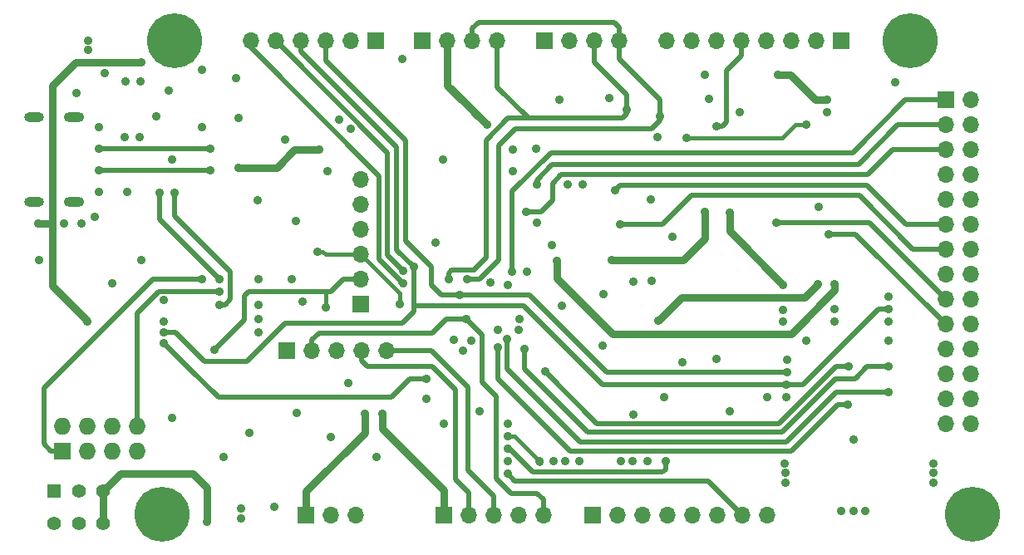
<source format=gbr>
G04 #@! TF.GenerationSoftware,KiCad,Pcbnew,5.1.6-c6e7f7d~87~ubuntu18.04.1*
G04 #@! TF.CreationDate,2020-10-25T15:07:58+02:00*
G04 #@! TF.ProjectId,PSLab,50534c61-622e-46b6-9963-61645f706362,v6.1*
G04 #@! TF.SameCoordinates,Original*
G04 #@! TF.FileFunction,Copper,L2,Inr*
G04 #@! TF.FilePolarity,Positive*
%FSLAX46Y46*%
G04 Gerber Fmt 4.6, Leading zero omitted, Abs format (unit mm)*
G04 Created by KiCad (PCBNEW 5.1.6-c6e7f7d~87~ubuntu18.04.1) date 2020-10-25 15:07:58*
%MOMM*%
%LPD*%
G01*
G04 APERTURE LIST*
G04 #@! TA.AperFunction,ViaPad*
%ADD10O,2.100000X1.000000*%
G04 #@! TD*
G04 #@! TA.AperFunction,ViaPad*
%ADD11O,2.000000X1.000000*%
G04 #@! TD*
G04 #@! TA.AperFunction,ViaPad*
%ADD12R,1.700000X1.700000*%
G04 #@! TD*
G04 #@! TA.AperFunction,ViaPad*
%ADD13O,1.700000X1.700000*%
G04 #@! TD*
G04 #@! TA.AperFunction,ViaPad*
%ADD14R,1.400000X1.400000*%
G04 #@! TD*
G04 #@! TA.AperFunction,ViaPad*
%ADD15C,1.400000*%
G04 #@! TD*
G04 #@! TA.AperFunction,ViaPad*
%ADD16R,1.727200X1.727200*%
G04 #@! TD*
G04 #@! TA.AperFunction,ViaPad*
%ADD17O,1.727200X1.727200*%
G04 #@! TD*
G04 #@! TA.AperFunction,ViaPad*
%ADD18C,5.600000*%
G04 #@! TD*
G04 #@! TA.AperFunction,ViaPad*
%ADD19C,0.914400*%
G04 #@! TD*
G04 #@! TA.AperFunction,Conductor*
%ADD20C,0.406400*%
G04 #@! TD*
G04 #@! TA.AperFunction,Conductor*
%ADD21C,0.762000*%
G04 #@! TD*
G04 #@! TA.AperFunction,Conductor*
%ADD22C,0.508000*%
G04 #@! TD*
G04 APERTURE END LIST*
D10*
X95945000Y-79170000D03*
X95945000Y-70530000D03*
D11*
X91865000Y-79170000D03*
X91865000Y-70530000D03*
D12*
X184736400Y-68757600D03*
D13*
X187276400Y-68757600D03*
X184736400Y-71297600D03*
X187276400Y-71297600D03*
X184736400Y-73837600D03*
X187276400Y-73837600D03*
X184736400Y-76377600D03*
X187276400Y-76377600D03*
X184736400Y-78917600D03*
X187276400Y-78917600D03*
X184736400Y-81457600D03*
X187276400Y-81457600D03*
X184736400Y-83997600D03*
X187276400Y-83997600D03*
X184736400Y-86537600D03*
X187276400Y-86537600D03*
X184736400Y-89077600D03*
X187276400Y-89077600D03*
X184736400Y-91617600D03*
X187276400Y-91617600D03*
X184736400Y-94157600D03*
X187276400Y-94157600D03*
X184736400Y-96697600D03*
X187276400Y-96697600D03*
X184736400Y-99237600D03*
X187276400Y-99237600D03*
X184736400Y-101777600D03*
X187276400Y-101777600D03*
D12*
X125148000Y-89611000D03*
D13*
X125148000Y-87071000D03*
X125148000Y-84531000D03*
X125148000Y-81991000D03*
X125148000Y-79451000D03*
X125148000Y-76911000D03*
D12*
X117629600Y-94335400D03*
D13*
X120169600Y-94335400D03*
X122709600Y-94335400D03*
X125249600Y-94335400D03*
X127789600Y-94335400D03*
D12*
X143850000Y-62750000D03*
D13*
X146390000Y-62750000D03*
X148930000Y-62750000D03*
X151470000Y-62750000D03*
D12*
X174090000Y-62750000D03*
D13*
X171550000Y-62750000D03*
X169010000Y-62750000D03*
X166470000Y-62750000D03*
X163930000Y-62750000D03*
X161390000Y-62750000D03*
X158850000Y-62750000D03*
X156310000Y-62750000D03*
D12*
X148770000Y-111074000D03*
D13*
X151310000Y-111074000D03*
X153850000Y-111074000D03*
X156390000Y-111074000D03*
X158930000Y-111074000D03*
X161470000Y-111074000D03*
X164010000Y-111074000D03*
X166550000Y-111074000D03*
D12*
X133580800Y-111074000D03*
D13*
X136120800Y-111074000D03*
X138660800Y-111074000D03*
X141200800Y-111074000D03*
X143740800Y-111074000D03*
D12*
X119560000Y-111074000D03*
D13*
X122100000Y-111074000D03*
X124640000Y-111074000D03*
D14*
X93906000Y-108635600D03*
D15*
X96406000Y-108635600D03*
X98906000Y-108635600D03*
X93906000Y-111935600D03*
X96406000Y-111935600D03*
X98906000Y-111935600D03*
D16*
X94693400Y-104546200D03*
D17*
X94693400Y-102006200D03*
X97233400Y-104546200D03*
X97233400Y-102006200D03*
X99773400Y-104546200D03*
X99773400Y-102006200D03*
X102313400Y-104546200D03*
X102313400Y-102006200D03*
D12*
X131430000Y-62750000D03*
D13*
X133970000Y-62750000D03*
X136510000Y-62750000D03*
X139050000Y-62750000D03*
D12*
X126630000Y-62750000D03*
D13*
X124090000Y-62750000D03*
X121550000Y-62750000D03*
X119010000Y-62750000D03*
X116470000Y-62750000D03*
X113930000Y-62750000D03*
D10*
X95945000Y-70530000D03*
X95945000Y-79170000D03*
D11*
X91865000Y-70530000D03*
X91865000Y-79170000D03*
D18*
X104880000Y-111020000D03*
X181090000Y-62780000D03*
X106150000Y-62770000D03*
X187420000Y-111010000D03*
D19*
X162760000Y-100480000D03*
X156910000Y-82700000D03*
X170480000Y-93340000D03*
X147760000Y-77420000D03*
X155310000Y-72590000D03*
X160640000Y-68650000D03*
X97350000Y-62777200D03*
X97350000Y-63717200D03*
X173400000Y-91400000D03*
X175306000Y-103414400D03*
X175326000Y-110644400D03*
X176516000Y-110674400D03*
X174036000Y-110644400D03*
X98427190Y-78200000D03*
X105894834Y-74850000D03*
X102755000Y-85074978D03*
X92352990Y-85075000D03*
X101119600Y-72600000D03*
X112463000Y-66573200D03*
X105090000Y-89175000D03*
X112956000Y-110439000D03*
X112956000Y-111429600D03*
X136349400Y-93300000D03*
X149837510Y-88620000D03*
X129130000Y-89572494D03*
X116360000Y-110232504D03*
X112700000Y-70645004D03*
X117429998Y-72874998D03*
X178912488Y-93340000D03*
X105945600Y-101168000D03*
X133517500Y-74902500D03*
X120700000Y-84250000D03*
X124100000Y-71750000D03*
X98071600Y-80721000D03*
X96140010Y-68107510D03*
X131795218Y-99288400D03*
X156161400Y-105638400D03*
X140080000Y-104368400D03*
X137195214Y-100558400D03*
X110238200Y-94259200D03*
X125534800Y-100778400D03*
X102596060Y-72607260D03*
X101138100Y-66907500D03*
X99773400Y-87496600D03*
X121600000Y-89940000D03*
X145600000Y-89800000D03*
X152890000Y-100890000D03*
X144640000Y-83590000D03*
X138300000Y-87420000D03*
X168520000Y-95260000D03*
X143030000Y-73800000D03*
X160190000Y-66250000D03*
X163700000Y-70050000D03*
X118617400Y-100708000D03*
X114640296Y-79000000D03*
X172650004Y-70050000D03*
X123837500Y-97649980D03*
X122938200Y-70798200D03*
X129395000Y-64625000D03*
X135230000Y-88650000D03*
X168519189Y-96528572D03*
X178919704Y-88850000D03*
X114690000Y-92444333D03*
X152250000Y-69800000D03*
X134060000Y-87080000D03*
X141220000Y-92240000D03*
X152834000Y-105638400D03*
X135960000Y-87060000D03*
X155600000Y-70450000D03*
X151620000Y-105638400D03*
X141260000Y-91100000D03*
X130530000Y-85800000D03*
X105090000Y-92470000D03*
X168510000Y-97790000D03*
X178919704Y-90130000D03*
X139070000Y-94010000D03*
X174762500Y-99880904D03*
X140010000Y-93130000D03*
X178922496Y-98579996D03*
X141830000Y-94180000D03*
X178919700Y-95960988D03*
X143880000Y-96440000D03*
X174804900Y-95961012D03*
X161330000Y-71500000D03*
X179605600Y-66979600D03*
X110700000Y-88350000D03*
X108990000Y-87050000D03*
X110700000Y-89640000D03*
X106123400Y-78282602D03*
X110700000Y-87040000D03*
X104624800Y-78282602D03*
X120924000Y-73862988D03*
X112701980Y-75702200D03*
X145390000Y-68730000D03*
X156050000Y-99050000D03*
X154720000Y-87230000D03*
X150450000Y-68620000D03*
X161335000Y-95215000D03*
X162689200Y-80314602D03*
X168120000Y-87620000D03*
X121700000Y-76050000D03*
X167620000Y-66240000D03*
X172650000Y-68780000D03*
X145130000Y-85220000D03*
X173400000Y-87580000D03*
X140550000Y-86300000D03*
X171807800Y-79679600D03*
X158330000Y-72660000D03*
X170539998Y-71320000D03*
X140080000Y-105638400D03*
X111160014Y-105206500D03*
X118137700Y-87040000D03*
X167500000Y-81310000D03*
X172760000Y-82460000D03*
X155420000Y-91290000D03*
X171730000Y-87560000D03*
X151538600Y-81432200D03*
X154710000Y-78900000D03*
X152890000Y-87270000D03*
X168480000Y-99050000D03*
X145925200Y-105638400D03*
X144807600Y-105638400D03*
X178919704Y-91389000D03*
X160190000Y-80170000D03*
X150660000Y-85140000D03*
X119220000Y-89360000D03*
X113759986Y-102747500D03*
X126760000Y-105206484D03*
X140080000Y-101828400D03*
X122059986Y-103155000D03*
X151020000Y-77990000D03*
X149786000Y-93827400D03*
X140070000Y-87630000D03*
X140590000Y-73810000D03*
X140080000Y-106908400D03*
X143334400Y-105638400D03*
X140080000Y-103098400D03*
X133631602Y-101828400D03*
X143040000Y-77390000D03*
X141980000Y-80180000D03*
X114712855Y-87040000D03*
X134650000Y-93250000D03*
X114690000Y-89640000D03*
X135550000Y-94350000D03*
X129430000Y-86200000D03*
X114690000Y-91135000D03*
X143070000Y-81270000D03*
X140610000Y-76020000D03*
X135870000Y-91120000D03*
X137990000Y-71320000D03*
X132770000Y-83310000D03*
X105090000Y-91370000D03*
X102760000Y-64920000D03*
X92280400Y-81406728D03*
X108993600Y-71551598D03*
X97309612Y-91363574D03*
X108960000Y-65710000D03*
X98442400Y-73750000D03*
X109806400Y-73736000D03*
X98442406Y-75950000D03*
X109806400Y-75983585D03*
X105090000Y-93580000D03*
X131802800Y-97256402D03*
X129430000Y-87500000D03*
X183454800Y-106792000D03*
X168356400Y-107772000D03*
X183444800Y-107772000D03*
X168346400Y-105812000D03*
X183434800Y-105812000D03*
X168356400Y-106792000D03*
X109500011Y-111757511D03*
X99040000Y-66040016D03*
X154370000Y-105638400D03*
X139070000Y-92240000D03*
X127363600Y-100778400D03*
X98445700Y-71530300D03*
X101326060Y-78185100D03*
X142057500Y-86300400D03*
X118520000Y-81140000D03*
X168150000Y-91410000D03*
X146200000Y-77420000D03*
X157890000Y-95500000D03*
X166490000Y-99040000D03*
X147423802Y-105638400D03*
X104320000Y-70427500D03*
X105583100Y-67809200D03*
X102713000Y-66907500D03*
X96670000Y-81390000D03*
X94860000Y-81380000D03*
X168170000Y-90160000D03*
X173400000Y-90120000D03*
D20*
X129130000Y-88513000D02*
X129130000Y-89572494D01*
X125148000Y-84531000D02*
X129130000Y-88513000D01*
X120700000Y-84250000D02*
X121248000Y-84250000D01*
X121529000Y-84531000D02*
X125148000Y-84531000D01*
X121248000Y-84250000D02*
X121529000Y-84531000D01*
D21*
X124890000Y-86830000D02*
X125170000Y-87110000D01*
X125100000Y-87040000D02*
X125170000Y-87110000D01*
D22*
X156161400Y-106425800D02*
X156161400Y-105689200D01*
X155856600Y-106730600D02*
X156161400Y-106425800D01*
X140286404Y-104368400D02*
X142648604Y-106730600D01*
X142648604Y-106730600D02*
X155856600Y-106730600D01*
X125148000Y-87071000D02*
X123344600Y-87071000D01*
X123344600Y-87071000D02*
X122049200Y-88366400D01*
D21*
X125534800Y-100778400D02*
X125534800Y-102708800D01*
X119560000Y-108683600D02*
X119560000Y-111074000D01*
X125534800Y-102708800D02*
X119560000Y-108683600D01*
D22*
X122049200Y-88366400D02*
X121526400Y-88366400D01*
X113286200Y-91211200D02*
X110238200Y-94259200D01*
X113286200Y-88772800D02*
X113286200Y-91211200D01*
X113692600Y-88366400D02*
X113286200Y-88772800D01*
X121526400Y-88366400D02*
X122073600Y-88366400D01*
X122073600Y-88366400D02*
X113692600Y-88366400D01*
D20*
X121600000Y-88440000D02*
X121526400Y-88366400D01*
X121600000Y-89940000D02*
X121600000Y-88440000D01*
D22*
X130830000Y-84300000D02*
X132330000Y-85800000D01*
X135230000Y-88650000D02*
X133330000Y-88650000D01*
X133330000Y-88650000D02*
X132330000Y-87650000D01*
X132330000Y-87650000D02*
X132330000Y-85800000D01*
X142280000Y-88650000D02*
X135230000Y-88650000D01*
D20*
X168511428Y-96528572D02*
X168519189Y-96528572D01*
D22*
X168519189Y-96528572D02*
X150158572Y-96528572D01*
X150158572Y-96528572D02*
X142280000Y-88650000D01*
X129680000Y-72930000D02*
X129680000Y-83150000D01*
X121550000Y-62750000D02*
X121550000Y-64800000D01*
X129680000Y-83150000D02*
X132330000Y-85800000D01*
X121550000Y-64800000D02*
X129680000Y-72930000D01*
D20*
X134390000Y-86110000D02*
X136630000Y-86110000D01*
D22*
X134383422Y-86110000D02*
X134390000Y-86110000D01*
X134060000Y-86433422D02*
X134383422Y-86110000D01*
X134060000Y-87080000D02*
X134060000Y-86433422D01*
X134383422Y-86110000D02*
X136630000Y-86110000D01*
X148930000Y-64970000D02*
X148930000Y-62750000D01*
X152250000Y-68290000D02*
X148930000Y-64970000D01*
X152250000Y-69800000D02*
X152250000Y-68290000D01*
X139050000Y-67470000D02*
X142220000Y-70640000D01*
X139050000Y-62750000D02*
X139050000Y-67470000D01*
X140150000Y-70640000D02*
X142220000Y-70640000D01*
X137910000Y-72880000D02*
X140150000Y-70640000D01*
X136630000Y-86110000D02*
X137910000Y-84830000D01*
X137910000Y-84830000D02*
X137910000Y-72880000D01*
X152250000Y-70190000D02*
X152250000Y-69800000D01*
X142220000Y-70640000D02*
X151800000Y-70640000D01*
X151800000Y-70640000D02*
X152250000Y-70190000D01*
X155550000Y-70450000D02*
X155600000Y-70450000D01*
X155600000Y-70500000D02*
X155600000Y-70450000D01*
X155600000Y-69803422D02*
X155600000Y-70450000D01*
X155600000Y-68780000D02*
X155600000Y-70450000D01*
X151470000Y-64650000D02*
X155600000Y-68780000D01*
X151470000Y-62750000D02*
X151470000Y-64650000D01*
X151470000Y-61410000D02*
X151470000Y-62750000D01*
X137120400Y-60900000D02*
X150960000Y-60900000D01*
X150960000Y-60900000D02*
X151470000Y-61410000D01*
X136510000Y-62750000D02*
X136510000Y-61510400D01*
X136510000Y-61510400D02*
X137120400Y-60900000D01*
X137270000Y-87060000D02*
X135960000Y-87060000D01*
X155600000Y-70850000D02*
X154727201Y-71722799D01*
X155600000Y-70450000D02*
X155600000Y-70850000D01*
X140907201Y-71722799D02*
X139210000Y-73420000D01*
X139210000Y-73420000D02*
X139210000Y-85120000D01*
X154727201Y-71722799D02*
X140907201Y-71722799D01*
X139210000Y-85120000D02*
X137270000Y-87060000D01*
X168510000Y-97820000D02*
X168510000Y-97790000D01*
X170182000Y-97790000D02*
X168510000Y-97790000D01*
X178919704Y-90130000D02*
X177842000Y-90130000D01*
X177842000Y-90130000D02*
X170182000Y-97790000D01*
X141760000Y-89750000D02*
X149800000Y-97790000D01*
X130530000Y-85800000D02*
X130530000Y-89750000D01*
X149800000Y-97790000D02*
X168510000Y-97790000D01*
X130530000Y-89750000D02*
X141760000Y-89750000D01*
X130530000Y-90375800D02*
X130530000Y-85800000D01*
X106239200Y-92470000D02*
X109196800Y-95427600D01*
X109196800Y-95427600D02*
X113540200Y-95427600D01*
X105090000Y-92470000D02*
X106239200Y-92470000D01*
X113540200Y-95427600D02*
X117451800Y-91516000D01*
X117451800Y-91516000D02*
X129389800Y-91516000D01*
X129389800Y-91516000D02*
X130530000Y-90375800D01*
X130510000Y-85800000D02*
X130530000Y-85800000D01*
X128780000Y-73610000D02*
X128780000Y-84070000D01*
X119010000Y-62750000D02*
X119010000Y-63840000D01*
X128780000Y-84070000D02*
X130510000Y-85800000D01*
X119010000Y-63840000D02*
X128780000Y-73610000D01*
X173704496Y-99880904D02*
X174762500Y-99880904D01*
X146466099Y-104604499D02*
X168980901Y-104604499D01*
X168980901Y-104604499D02*
X173704496Y-99880904D01*
X139070000Y-94010000D02*
X139070000Y-97208400D01*
X139070000Y-97208400D02*
X146466099Y-104604499D01*
X140010000Y-96167200D02*
X147452800Y-103610000D01*
X140010000Y-93130000D02*
X140010000Y-96167200D01*
X147452800Y-103610000D02*
X168490622Y-103610000D01*
X173520626Y-98579996D02*
X178922496Y-98579996D01*
X168490622Y-103610000D02*
X173520626Y-98579996D01*
X176710012Y-95960988D02*
X178919700Y-95960988D01*
X141830000Y-96209200D02*
X148250800Y-102630000D01*
X141830000Y-94180000D02*
X141830000Y-96209200D01*
X148250800Y-102630000D02*
X168085200Y-102630000D01*
X168085200Y-102630000D02*
X173509600Y-97205600D01*
X175465400Y-97205600D02*
X176710012Y-95960988D01*
X173509600Y-97205600D02*
X175465400Y-97205600D01*
X143880000Y-96440000D02*
X149197201Y-101757201D01*
X173534988Y-95961012D02*
X174804900Y-95961012D01*
X149197201Y-101757201D02*
X167738799Y-101757201D01*
X167738799Y-101757201D02*
X173534988Y-95961012D01*
X161920000Y-71500000D02*
X162400000Y-71020000D01*
X161330000Y-71500000D02*
X161920000Y-71500000D01*
X162400000Y-71020000D02*
X162400000Y-65800000D01*
X162400000Y-65800000D02*
X163930000Y-64270000D01*
X163930000Y-64270000D02*
X163930000Y-62750000D01*
D20*
X110700000Y-88350000D02*
X110501200Y-88350000D01*
D22*
X110657799Y-88307799D02*
X110700000Y-88350000D01*
X104528201Y-88307799D02*
X110657799Y-88307799D01*
X102313400Y-102006200D02*
X102313400Y-90522600D01*
X102313400Y-90522600D02*
X104528201Y-88307799D01*
X92850000Y-103820000D02*
X92850000Y-98120000D01*
X94693400Y-104546200D02*
X93576200Y-104546200D01*
X103920000Y-87050000D02*
X108990000Y-87050000D01*
X92850000Y-98120000D02*
X103920000Y-87050000D01*
X93576200Y-104546200D02*
X92850000Y-103820000D01*
X111838400Y-89128400D02*
X111326800Y-89640000D01*
X111838400Y-86309000D02*
X111838400Y-89128400D01*
X111326800Y-89640000D02*
X110700000Y-89640000D01*
X106123400Y-78282602D02*
X106123400Y-80594000D01*
X106123400Y-80594000D02*
X111838400Y-86309000D01*
X104624800Y-80964800D02*
X104624800Y-78282602D01*
X110700000Y-87040000D02*
X104624800Y-80964800D01*
D21*
X116552400Y-75702200D02*
X112701980Y-75702200D01*
X120924000Y-73862988D02*
X118391612Y-73862988D01*
X118391612Y-73862988D02*
X116552400Y-75702200D01*
D20*
X162613002Y-80314602D02*
X162689200Y-80314602D01*
D21*
X162689200Y-82189200D02*
X162689200Y-80314602D01*
X168120000Y-87620000D02*
X162689200Y-82189200D01*
X171460000Y-68780000D02*
X172650000Y-68780000D01*
X168920000Y-66240000D02*
X171460000Y-68780000D01*
X167620000Y-66240000D02*
X168920000Y-66240000D01*
X168956600Y-92640000D02*
X173400000Y-88196600D01*
X150820000Y-92640000D02*
X168956600Y-92640000D01*
X173400000Y-88196600D02*
X173400000Y-87580000D01*
X145130000Y-85220000D02*
X145130000Y-86950000D01*
X145130000Y-86950000D02*
X150820000Y-92640000D01*
D22*
X140550000Y-78120000D02*
X140550000Y-86300000D01*
X175210000Y-74160000D02*
X144510000Y-74160000D01*
X144510000Y-74160000D02*
X140550000Y-78120000D01*
X184736400Y-68757600D02*
X180612400Y-68757600D01*
X180612400Y-68757600D02*
X175210000Y-74160000D01*
D20*
X169372400Y-71320000D02*
X170539998Y-71320000D01*
X158330000Y-72660000D02*
X168032400Y-72660000D01*
X168032400Y-72660000D02*
X169372400Y-71320000D01*
D22*
X132336200Y-94335400D02*
X127789600Y-94335400D01*
X136044600Y-98043800D02*
X132336200Y-94335400D01*
X136044600Y-106527400D02*
X136044600Y-98043800D01*
X138660800Y-111074000D02*
X138660800Y-109143600D01*
X138660800Y-109143600D02*
X136044600Y-106527400D01*
X176943200Y-81310000D02*
X184890000Y-89256800D01*
X167500000Y-81310000D02*
X176943200Y-81310000D01*
D20*
X172760000Y-82460000D02*
X172840000Y-82540000D01*
D22*
X184868144Y-91796800D02*
X184890000Y-91796800D01*
X175531344Y-82460000D02*
X184868144Y-91796800D01*
X172760000Y-82460000D02*
X175531344Y-82460000D01*
D21*
X170360000Y-88930000D02*
X171730000Y-87560000D01*
X155420000Y-91290000D02*
X157780000Y-88930000D01*
X157780000Y-88930000D02*
X170360000Y-88930000D01*
D22*
X155887800Y-81432200D02*
X151538600Y-81432200D01*
X175896000Y-78510000D02*
X158810000Y-78510000D01*
X158810000Y-78510000D02*
X155887800Y-81432200D01*
X181383600Y-83997600D02*
X175896000Y-78510000D01*
X184890000Y-84176800D02*
X184710800Y-83997600D01*
X184710800Y-83997600D02*
X181383600Y-83997600D01*
D21*
X150680000Y-85120000D02*
X157950000Y-85120000D01*
X157950000Y-85120000D02*
X160190000Y-82880000D01*
X160190000Y-82880000D02*
X160190000Y-80170000D01*
D20*
X150660000Y-85140000D02*
X150680000Y-85120000D01*
D22*
X136120800Y-108813400D02*
X136120800Y-111074000D01*
X125249600Y-95376800D02*
X125833800Y-95961000D01*
X125249600Y-94335400D02*
X125249600Y-95376800D01*
X134749200Y-98323200D02*
X134749200Y-107441800D01*
X125833800Y-95961000D02*
X132387000Y-95961000D01*
X134749200Y-107441800D02*
X136120800Y-108813400D01*
X132387000Y-95961000D02*
X134749200Y-98323200D01*
X176650000Y-77460000D02*
X151550000Y-77460000D01*
X151550000Y-77460000D02*
X151020000Y-77990000D01*
X184890000Y-81636800D02*
X184710800Y-81457600D01*
X180647600Y-81457600D02*
X176650000Y-77460000D01*
X184710800Y-81457600D02*
X180647600Y-81457600D01*
X140791199Y-107619599D02*
X140080000Y-106908400D01*
X164010000Y-111074000D02*
X160555599Y-107619599D01*
X160555599Y-107619599D02*
X140791199Y-107619599D01*
D21*
X143334400Y-105685598D02*
X143334400Y-105638401D01*
D20*
X140794400Y-103098400D02*
X140134000Y-103098400D01*
X143334400Y-105638401D02*
X143334400Y-105638400D01*
X143334400Y-105638400D02*
X140794400Y-103098400D01*
D22*
X143040000Y-76950000D02*
X143040000Y-77390000D01*
X144640000Y-75350000D02*
X143040000Y-76950000D01*
X175807200Y-75350000D02*
X144640000Y-75350000D01*
X184736400Y-71297600D02*
X179859600Y-71297600D01*
X179859600Y-71297600D02*
X175807200Y-75350000D01*
X144660000Y-78980000D02*
X143460000Y-80180000D01*
X184710800Y-73837600D02*
X179300800Y-73837600D01*
X143460000Y-80180000D02*
X141980000Y-80180000D01*
X184890000Y-74016800D02*
X184710800Y-73837600D01*
X176748400Y-76390000D02*
X145550000Y-76390000D01*
X179300800Y-73837600D02*
X176748400Y-76390000D01*
X145550000Y-76390000D02*
X144660000Y-77280000D01*
X144660000Y-77280000D02*
X144660000Y-78980000D01*
X127855000Y-74165000D02*
X127855000Y-84625000D01*
X116470000Y-62750000D02*
X116470000Y-62780000D01*
X127855000Y-84625000D02*
X129430000Y-86200000D01*
X116470000Y-62780000D02*
X127855000Y-74165000D01*
D21*
X136670000Y-70000000D02*
X137990000Y-71320000D01*
X135645000Y-68975000D02*
X137990000Y-71320000D01*
X137990000Y-71320000D02*
X134260000Y-67590000D01*
X133970000Y-67300000D02*
X137990000Y-71320000D01*
X133970000Y-62750000D02*
X133970000Y-67300000D01*
D22*
X137489715Y-96649485D02*
X137489715Y-92739715D01*
X137489715Y-92739715D02*
X135870000Y-91120000D01*
X93626528Y-81406728D02*
X93702800Y-81483000D01*
D21*
X93702800Y-67335200D02*
X96118000Y-64920000D01*
X96118000Y-64920000D02*
X102760000Y-64920000D01*
X93601272Y-81406728D02*
X93702800Y-81305200D01*
X92280400Y-81406728D02*
X93601272Y-81406728D01*
X93702800Y-83641994D02*
X93702800Y-81305200D01*
X93702800Y-81305200D02*
X93702800Y-67335200D01*
X97258806Y-91312768D02*
X97309612Y-91363574D01*
X93702800Y-83641994D02*
X93702800Y-87756762D01*
X93702800Y-87756762D02*
X97258806Y-91312768D01*
D22*
X143740800Y-109524600D02*
X143740800Y-111074000D01*
X137489715Y-97533115D02*
X138965600Y-99009000D01*
X137489715Y-96649485D02*
X137489715Y-97533115D01*
X138965600Y-99009000D02*
X138965600Y-107365600D01*
X138965600Y-107365600D02*
X140489600Y-108889600D01*
X140489600Y-108889600D02*
X143105800Y-108889600D01*
X143105800Y-108889600D02*
X143740800Y-109524600D01*
X133875200Y-91120000D02*
X135870000Y-91120000D01*
X132412400Y-92582800D02*
X133875200Y-91120000D01*
X120169600Y-94335400D02*
X120169600Y-93268600D01*
X120855400Y-92582800D02*
X132412400Y-92582800D01*
X120169600Y-93268600D02*
X120855400Y-92582800D01*
X98442400Y-73750000D02*
X109792400Y-73750000D01*
X109792400Y-73750000D02*
X109806400Y-73736000D01*
X98475991Y-75983585D02*
X109890265Y-75983585D01*
X98442406Y-75950000D02*
X98475991Y-75983585D01*
X105090000Y-93580000D02*
X107623400Y-96113400D01*
X131802800Y-97256402D02*
X130100998Y-97256402D01*
X130100998Y-97256402D02*
X128246800Y-99110600D01*
X110620600Y-99110600D02*
X107623400Y-96113400D01*
X128246800Y-99110600D02*
X110620600Y-99110600D01*
X129230000Y-87500000D02*
X129430000Y-87500000D01*
X113930000Y-63470000D02*
X113930000Y-62750000D01*
X126980000Y-76520000D02*
X113930000Y-63470000D01*
X129430000Y-87500000D02*
X126980000Y-85050000D01*
X126980000Y-85050000D02*
X126980000Y-76520000D01*
D21*
X98906000Y-108635600D02*
X98906000Y-111935600D01*
X109500011Y-108329211D02*
X109500011Y-111757511D01*
X100684000Y-106857600D02*
X108028400Y-106857600D01*
X108028400Y-106857600D02*
X109500011Y-108329211D01*
X98906000Y-108635600D02*
X100684000Y-106857600D01*
X127363600Y-102314000D02*
X133580800Y-108531200D01*
X127363600Y-100778400D02*
X127363600Y-102314000D01*
X133580800Y-111074000D02*
X133580800Y-108531200D01*
M02*

</source>
